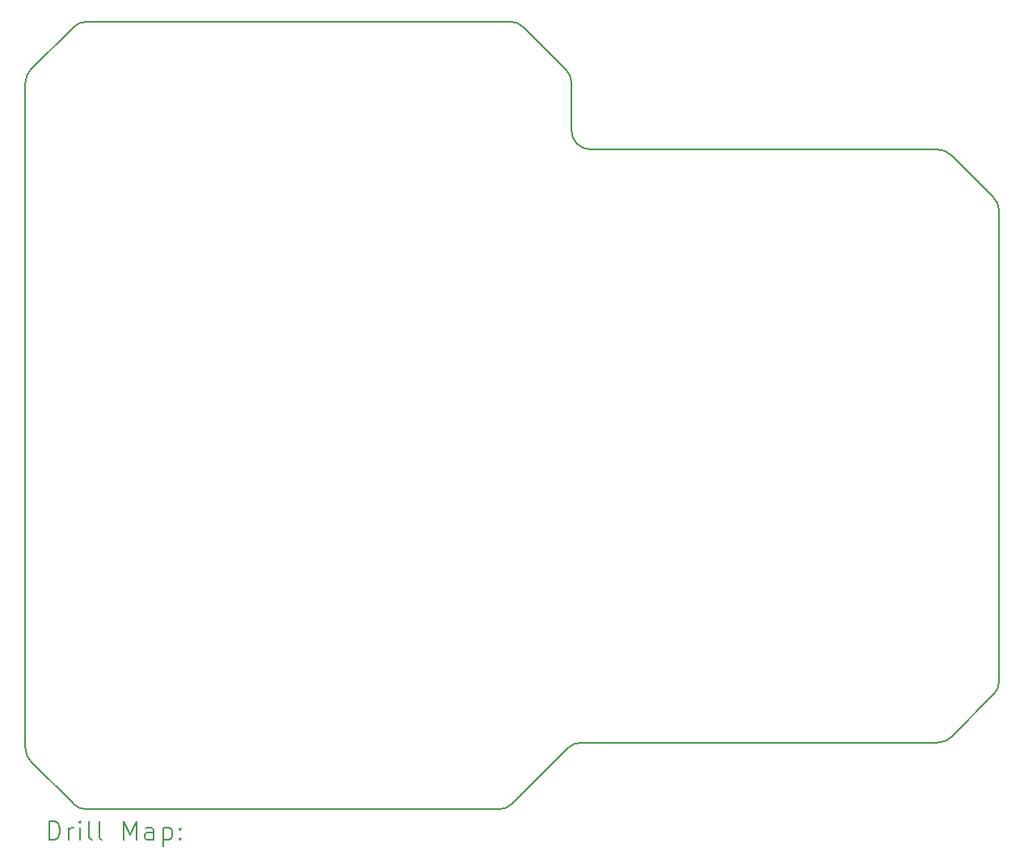
<source format=gbr>
%TF.GenerationSoftware,KiCad,Pcbnew,7.0.10*%
%TF.CreationDate,2024-02-08T22:37:53+01:00*%
%TF.ProjectId,LNA_1MHz,4c4e415f-314d-4487-9a2e-6b696361645f,V0*%
%TF.SameCoordinates,PX62ccf80PY8214c80*%
%TF.FileFunction,Drillmap*%
%TF.FilePolarity,Positive*%
%FSLAX45Y45*%
G04 Gerber Fmt 4.5, Leading zero omitted, Abs format (unit mm)*
G04 Created by KiCad (PCBNEW 7.0.10) date 2024-02-08 22:37:53*
%MOMM*%
%LPD*%
G01*
G04 APERTURE LIST*
%ADD10C,0.200000*%
G04 APERTURE END LIST*
D10*
X5720000Y7120000D02*
G75*
G03*
X5920000Y6920000I200000J0D01*
G01*
X501421Y8201421D02*
X58579Y7758579D01*
X5720000Y7120000D02*
X5720000Y7617157D01*
X501420Y58577D02*
G75*
G03*
X642843Y0I141420J141423D01*
G01*
X58579Y501421D02*
X501421Y58579D01*
X58577Y7758580D02*
G75*
G03*
X0Y7617157I141423J-141420D01*
G01*
X642843Y8259998D02*
G75*
G03*
X501421Y8201421I-3J-199998D01*
G01*
X642843Y0D02*
X4957157Y0D01*
X10200000Y1342843D02*
X10200000Y6277157D01*
X10141421Y6418579D02*
X9698579Y6861421D01*
X5719998Y7617157D02*
G75*
G03*
X5661421Y7758579I-199998J3D01*
G01*
X5822843Y699998D02*
G75*
G03*
X5681421Y641421I-3J-199998D01*
G01*
X9557157Y6920000D02*
X5920000Y6920000D01*
X9557157Y700002D02*
G75*
G03*
X9698579Y758579I3J199998D01*
G01*
X10199998Y6277157D02*
G75*
G03*
X10141421Y6418579I-199998J3D01*
G01*
X9698579Y758579D02*
X10141421Y1201421D01*
X5098579Y58579D02*
X5681421Y641421D01*
X5661421Y7758579D02*
X5218579Y8201421D01*
X5077157Y8260000D02*
X642843Y8260000D01*
X10141423Y1201420D02*
G75*
G03*
X10200000Y1342843I-141423J141420D01*
G01*
X5822843Y700000D02*
X9557157Y700000D01*
X0Y7617157D02*
X0Y642843D01*
X4957157Y2D02*
G75*
G03*
X5098579Y58579I3J199998D01*
G01*
X9698580Y6861423D02*
G75*
G03*
X9557157Y6920000I-141420J-141423D01*
G01*
X5218580Y8201423D02*
G75*
G03*
X5077157Y8260000I-141420J-141423D01*
G01*
X2Y642843D02*
G75*
G03*
X58579Y501421I199998J-3D01*
G01*
X250777Y-321484D02*
X250777Y-121484D01*
X250777Y-121484D02*
X298396Y-121484D01*
X298396Y-121484D02*
X326967Y-131008D01*
X326967Y-131008D02*
X346015Y-150055D01*
X346015Y-150055D02*
X355539Y-169103D01*
X355539Y-169103D02*
X365062Y-207198D01*
X365062Y-207198D02*
X365062Y-235769D01*
X365062Y-235769D02*
X355539Y-273865D01*
X355539Y-273865D02*
X346015Y-292912D01*
X346015Y-292912D02*
X326967Y-311960D01*
X326967Y-311960D02*
X298396Y-321484D01*
X298396Y-321484D02*
X250777Y-321484D01*
X450777Y-321484D02*
X450777Y-188150D01*
X450777Y-226246D02*
X460301Y-207198D01*
X460301Y-207198D02*
X469824Y-197674D01*
X469824Y-197674D02*
X488872Y-188150D01*
X488872Y-188150D02*
X507920Y-188150D01*
X574586Y-321484D02*
X574586Y-188150D01*
X574586Y-121484D02*
X565063Y-131008D01*
X565063Y-131008D02*
X574586Y-140531D01*
X574586Y-140531D02*
X584110Y-131008D01*
X584110Y-131008D02*
X574586Y-121484D01*
X574586Y-121484D02*
X574586Y-140531D01*
X698396Y-321484D02*
X679348Y-311960D01*
X679348Y-311960D02*
X669824Y-292912D01*
X669824Y-292912D02*
X669824Y-121484D01*
X803158Y-321484D02*
X784110Y-311960D01*
X784110Y-311960D02*
X774586Y-292912D01*
X774586Y-292912D02*
X774586Y-121484D01*
X1031729Y-321484D02*
X1031729Y-121484D01*
X1031729Y-121484D02*
X1098396Y-264341D01*
X1098396Y-264341D02*
X1165063Y-121484D01*
X1165063Y-121484D02*
X1165063Y-321484D01*
X1346015Y-321484D02*
X1346015Y-216722D01*
X1346015Y-216722D02*
X1336491Y-197674D01*
X1336491Y-197674D02*
X1317444Y-188150D01*
X1317444Y-188150D02*
X1279348Y-188150D01*
X1279348Y-188150D02*
X1260301Y-197674D01*
X1346015Y-311960D02*
X1326967Y-321484D01*
X1326967Y-321484D02*
X1279348Y-321484D01*
X1279348Y-321484D02*
X1260301Y-311960D01*
X1260301Y-311960D02*
X1250777Y-292912D01*
X1250777Y-292912D02*
X1250777Y-273865D01*
X1250777Y-273865D02*
X1260301Y-254817D01*
X1260301Y-254817D02*
X1279348Y-245293D01*
X1279348Y-245293D02*
X1326967Y-245293D01*
X1326967Y-245293D02*
X1346015Y-235769D01*
X1441253Y-188150D02*
X1441253Y-388150D01*
X1441253Y-197674D02*
X1460301Y-188150D01*
X1460301Y-188150D02*
X1498396Y-188150D01*
X1498396Y-188150D02*
X1517443Y-197674D01*
X1517443Y-197674D02*
X1526967Y-207198D01*
X1526967Y-207198D02*
X1536491Y-226246D01*
X1536491Y-226246D02*
X1536491Y-283389D01*
X1536491Y-283389D02*
X1526967Y-302436D01*
X1526967Y-302436D02*
X1517443Y-311960D01*
X1517443Y-311960D02*
X1498396Y-321484D01*
X1498396Y-321484D02*
X1460301Y-321484D01*
X1460301Y-321484D02*
X1441253Y-311960D01*
X1622205Y-302436D02*
X1631729Y-311960D01*
X1631729Y-311960D02*
X1622205Y-321484D01*
X1622205Y-321484D02*
X1612682Y-311960D01*
X1612682Y-311960D02*
X1622205Y-302436D01*
X1622205Y-302436D02*
X1622205Y-321484D01*
X1622205Y-197674D02*
X1631729Y-207198D01*
X1631729Y-207198D02*
X1622205Y-216722D01*
X1622205Y-216722D02*
X1612682Y-207198D01*
X1612682Y-207198D02*
X1622205Y-197674D01*
X1622205Y-197674D02*
X1622205Y-216722D01*
M02*

</source>
